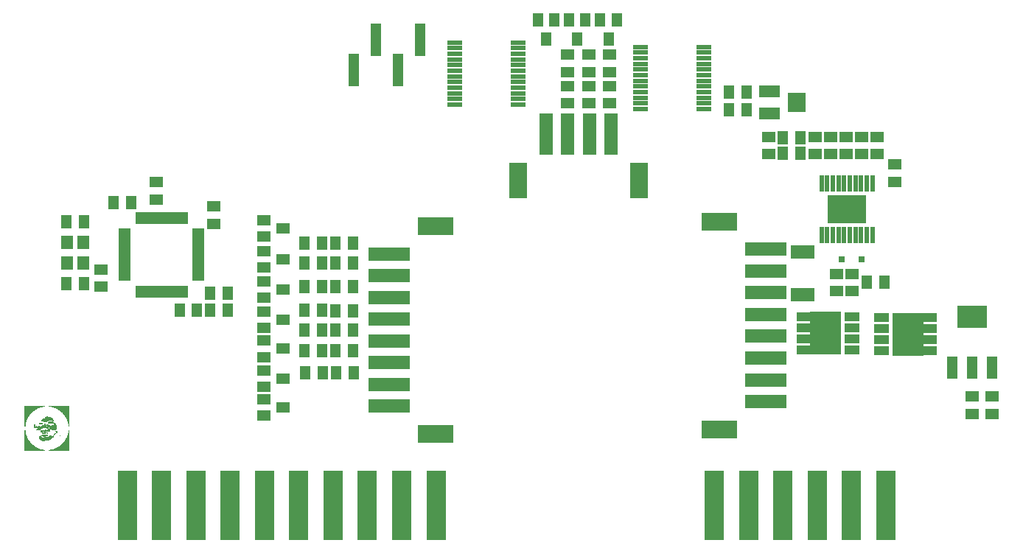
<source format=gts>
G04*
G04 #@! TF.GenerationSoftware,Altium Limited,Altium Designer,18.1.7 (191)*
G04*
G04 Layer_Color=8388736*
%FSLAX44Y44*%
%MOMM*%
G71*
G01*
G75*
%ADD11C,0.0254*%
%ADD38R,1.5032X4.7032*%
%ADD39R,2.0032X4.1032*%
%ADD40R,1.2232X3.7032*%
%ADD41R,1.2032X2.6032*%
%ADD42R,3.5032X2.6032*%
%ADD43R,1.6032X1.3032*%
%ADD44R,1.2032X1.6032*%
%ADD45R,0.6232X1.9832*%
%ADD46R,4.4032X3.2032*%
%ADD47R,1.7032X0.6032*%
%ADD48R,1.4032X0.5032*%
%ADD49R,0.5032X1.4032*%
%ADD50R,1.3032X1.6032*%
%ADD51R,1.4032X1.6032*%
%ADD52R,4.7032X1.5032*%
%ADD53R,4.1032X2.0032*%
%ADD54R,1.6032X1.2032*%
%ADD55R,3.5532X4.9032*%
%ADD56R,1.6532X1.0532*%
%ADD57R,0.7032X0.8032*%
%ADD58R,2.7032X1.6032*%
%ADD59R,2.0066X2.2098*%
%ADD60R,2.3622X1.4732*%
%ADD61R,2.2032X8.0772*%
D11*
X349250Y379984D02*
X349504D01*
X349250Y379730D02*
X349504D01*
X349250Y379476D02*
X349504D01*
X349250Y379222D02*
X349504D01*
X349250Y378968D02*
X349504D01*
X349250Y378714D02*
X349504D01*
X349250Y378460D02*
X349504D01*
X349250Y378206D02*
X349758D01*
X349250Y377952D02*
X349758D01*
X349250Y377698D02*
X349758D01*
X349250Y377444D02*
X349758D01*
X349250Y377190D02*
X349758D01*
X349250Y376936D02*
X350012D01*
X349250Y376682D02*
X350012D01*
X349250Y376428D02*
X350012D01*
X349250Y376174D02*
X350012D01*
X349250Y375920D02*
X350266D01*
X349250Y375666D02*
X350266D01*
X349250Y375412D02*
X350266D01*
X349250Y375158D02*
X350266D01*
X349250Y374904D02*
X350520D01*
X349250Y374650D02*
X350520D01*
X349250Y374396D02*
X350520D01*
X349250Y374142D02*
X350774D01*
X349250Y373888D02*
X350774D01*
X349250Y373634D02*
X351028D01*
X349250Y373380D02*
X351028D01*
X349250Y373126D02*
X351028D01*
X349250Y372872D02*
X351282D01*
X349250Y372618D02*
X351282D01*
X349250Y372364D02*
X351536D01*
X349250Y372110D02*
X351536D01*
X349250Y371856D02*
X351536D01*
X349250Y371602D02*
X351790D01*
X349250Y371348D02*
X351790D01*
X349250Y371094D02*
X352044D01*
X349250Y370840D02*
X352044D01*
X349250Y370586D02*
X352298D01*
X349250Y370332D02*
X352552D01*
X349250Y370078D02*
X352552D01*
X349250Y369824D02*
X352806D01*
X349250Y369570D02*
X352806D01*
X349250Y369316D02*
X353060D01*
X349250Y369062D02*
X353314D01*
X349250Y368808D02*
X353314D01*
X349250Y368554D02*
X353568D01*
X349250Y368300D02*
X353568D01*
X349250Y368046D02*
X353822D01*
X349250Y367792D02*
X354076D01*
X349250Y397510D02*
X354076D01*
X349250Y397256D02*
X353822D01*
X349250Y397002D02*
X353568D01*
X349250Y396748D02*
X353568D01*
X349250Y396494D02*
X353314D01*
X349250Y396240D02*
X353314D01*
X349250Y395986D02*
X353060D01*
X349250Y395732D02*
X352806D01*
X349250Y395478D02*
X352806D01*
X349250Y395224D02*
X352552D01*
X349250Y394970D02*
X352552D01*
X349250Y394716D02*
X352298D01*
X349250Y394462D02*
X352044D01*
X349250Y394208D02*
X352044D01*
X349250Y393954D02*
X351790D01*
X349250Y393700D02*
X351790D01*
X349250Y393446D02*
X351536D01*
X349250Y393192D02*
X351536D01*
X349250Y392938D02*
X351536D01*
X349250Y392684D02*
X351282D01*
X349250Y392430D02*
X351282D01*
X349250Y392176D02*
X351028D01*
X349250Y391922D02*
X351028D01*
X349250Y391668D02*
X351028D01*
X349250Y391414D02*
X350774D01*
X349250Y391160D02*
X350774D01*
X349250Y390906D02*
X350520D01*
X349250Y390652D02*
X350520D01*
X349250Y390398D02*
X350520D01*
X349250Y390144D02*
X350266D01*
X349250Y389890D02*
X350266D01*
X349250Y389636D02*
X350266D01*
X349250Y389382D02*
X350266D01*
X349250Y389128D02*
X350012D01*
X349250Y388874D02*
X350012D01*
X349250Y388620D02*
X350012D01*
X349250Y388366D02*
X350012D01*
X349250Y388112D02*
X349758D01*
X349250Y387858D02*
X349758D01*
X349250Y387604D02*
X349758D01*
X349250Y387350D02*
X349758D01*
X349250Y387096D02*
X349758D01*
X349250Y386842D02*
X349504D01*
X349250Y386588D02*
X349504D01*
X349250Y386334D02*
X349504D01*
X349250Y386080D02*
X349504D01*
X349250Y385826D02*
X349504D01*
X349250Y385572D02*
X349504D01*
X349250Y385318D02*
X349504D01*
X363474Y382016D02*
X367792D01*
X363220Y381762D02*
X367538D01*
X363220Y381508D02*
X367030D01*
X362966Y381254D02*
X366522D01*
X363220Y381000D02*
X366014D01*
X363220Y380746D02*
X365506D01*
X363474Y380492D02*
X364998D01*
X373126D02*
X373888D01*
X367792Y380238D02*
X368554D01*
X367538Y379984D02*
X368808D01*
X367538Y379730D02*
X369062D01*
X367538Y379222D02*
X370332D01*
X371094D02*
X373380D01*
X367538Y378968D02*
X369570D01*
X367538Y378714D02*
X369062D01*
X367538Y378460D02*
X368300D01*
X371856Y377952D02*
X372872D01*
X370586Y377698D02*
X374142D01*
X369316Y376936D02*
X372872D01*
X369316Y376682D02*
X369824D01*
X371602Y375158D02*
X372618D01*
X368046Y374142D02*
X374396D01*
X368554Y373888D02*
X373888D01*
X366268Y373634D02*
X366776D01*
X369824D02*
X372618D01*
X366268Y373380D02*
X367030D01*
X371094D02*
X371602D01*
X366268Y373126D02*
X367538D01*
X366268Y372872D02*
X367792D01*
X366268Y372618D02*
X368046D01*
X366268Y372364D02*
X368300D01*
X366014Y372110D02*
X368554D01*
X368300Y368808D02*
X373634D01*
X369316Y368554D02*
X372110D01*
X372872Y395224D02*
X373126D01*
X372618Y394970D02*
X373380D01*
X372618Y394716D02*
X373380D01*
X372364Y394462D02*
X373380D01*
X372364Y394208D02*
X373380D01*
X370840Y393700D02*
X371602D01*
X370586Y393446D02*
X371856D01*
X369824Y393192D02*
X371856D01*
X369570Y392938D02*
X372110D01*
X369316Y392684D02*
X372110D01*
X371348Y390144D02*
X374142D01*
X371856Y389890D02*
X373634D01*
X367030Y388874D02*
X369062D01*
X366522Y388620D02*
X369316D01*
X366268Y388366D02*
X369570D01*
X366268Y388112D02*
X369570D01*
X366014Y387858D02*
X369062D01*
X366014Y387604D02*
X367792D01*
X372364D02*
X372872D01*
X366014Y387350D02*
X366522D01*
X372110D02*
X373126D01*
X372110Y387096D02*
X373126D01*
X360172Y386842D02*
X360680D01*
X372110D02*
X373126D01*
X360172Y386588D02*
X360934D01*
X371602D02*
X373126D01*
X359918Y386334D02*
X360934D01*
X371602D02*
X373380D01*
X359918Y386080D02*
X361188D01*
X369824D02*
X370332D01*
X371348D02*
X373380D01*
X359918Y385826D02*
X361188D01*
X369570D02*
X370332D01*
X371094D02*
X373380D01*
X359918Y385572D02*
X361188D01*
X369570D02*
X370332D01*
X371094D02*
X373634D01*
X359918Y385318D02*
X361188D01*
X362204D02*
X362712D01*
X369316D02*
X370332D01*
X370840D02*
X373634D01*
X360172Y385064D02*
X361188D01*
X362204D02*
X362712D01*
X364998D02*
X365760D01*
X369062D02*
X370078D01*
X370840D02*
X373888D01*
X360172Y384810D02*
X361188D01*
X362204D02*
X362966D01*
X364744D02*
X366014D01*
X368554D02*
X370078D01*
X370586D02*
X373888D01*
X360172Y384556D02*
X361188D01*
X362204D02*
X362966D01*
X364744D02*
X374142D01*
X360172Y384302D02*
X361442D01*
X362204D02*
X363220D01*
X364490D02*
X374396D01*
X360172Y384048D02*
X361442D01*
X362204D02*
X363220D01*
X360172Y383794D02*
X361442D01*
X362458D02*
X363220D01*
X360426Y383540D02*
X361442D01*
X362458D02*
X363220D01*
X364490D02*
X368300D01*
X360426Y383286D02*
X361188D01*
X362712D02*
X363220D01*
X364744D02*
X366014D01*
X368808D02*
X370332D01*
X370586D02*
X372364D01*
X360934Y383032D02*
X361188D01*
X368554D02*
X369824D01*
X367284Y382778D02*
X369316D01*
X365252Y382524D02*
X369062D01*
X378714Y382016D02*
X385572D01*
X379222Y381762D02*
X385318D01*
X376428Y381508D02*
X377444D01*
X379730D02*
X385064D01*
X376174Y381254D02*
X377698D01*
X380238D02*
X384556D01*
X375920Y381000D02*
X377952D01*
X380492D02*
X384048D01*
X375666Y380746D02*
X377952D01*
X381000D02*
X382778D01*
X375412Y380492D02*
X377952D01*
X375158Y380238D02*
X377952D01*
X384810Y379476D02*
X386080D01*
X384556Y379222D02*
X386080D01*
X375412Y378968D02*
X377190D01*
X384810D02*
X386334D01*
X385318Y378714D02*
X386334D01*
X385572Y378460D02*
X386334D01*
X385572Y378206D02*
X386588D01*
X385826Y377952D02*
X386334D01*
X385826Y377698D02*
X386334D01*
X374904Y376936D02*
X375412D01*
X384556D02*
X384810D01*
X383794Y376682D02*
X384810D01*
X383540Y376428D02*
X384302D01*
X383286Y376174D02*
X383794D01*
X382778Y375158D02*
X383032D01*
X382524Y374904D02*
X383286D01*
X382524Y374650D02*
X383286D01*
X378460Y374396D02*
X379476D01*
X389382D02*
X389636D01*
X378206Y374142D02*
X379476D01*
X389382D02*
X389890D01*
X377698Y373888D02*
X379476D01*
X382016D02*
X382270D01*
X377444Y373634D02*
X379476D01*
X380238D02*
X380492D01*
X381762D02*
X382270D01*
X377444Y373380D02*
X379476D01*
X379730D02*
X380492D01*
X381508D02*
X382270D01*
X377190Y373126D02*
X380492D01*
X381508D02*
X382270D01*
X376682Y372872D02*
X380492D01*
X381254D02*
X382270D01*
X375666Y372618D02*
X380492D01*
X381254D02*
X382270D01*
X379984Y391922D02*
X381762D01*
X381000Y391668D02*
X382016D01*
X381254Y391414D02*
X382016D01*
X377190Y390144D02*
X380492D01*
X376682Y389890D02*
X381254D01*
X376174Y389636D02*
X381762D01*
X376174Y389382D02*
X382016D01*
X375920Y389128D02*
X382016D01*
X376174Y388874D02*
X382016D01*
X376428Y388620D02*
X382016D01*
X380746Y388366D02*
X382016D01*
X383286D02*
X383794D01*
X381508Y388112D02*
X381762D01*
X383286D02*
X384048D01*
X383032Y387858D02*
X384556D01*
X383286Y387604D02*
X384556D01*
X383286Y387350D02*
X384556D01*
X383286Y387096D02*
X384556D01*
X383286Y386842D02*
X384810D01*
X383032Y386588D02*
X384810D01*
X383032Y386334D02*
X385064D01*
X382778Y386080D02*
X384810D01*
X382524Y385826D02*
X384810D01*
X380492Y385572D02*
X381000D01*
X382270D02*
X384810D01*
X374904Y385318D02*
X379222D01*
X379730D02*
X381000D01*
X382016D02*
X384810D01*
X374904Y385064D02*
X381000D01*
X381762D02*
X385064D01*
X375158Y384810D02*
X380746D01*
X381508D02*
X385064D01*
X375412Y384556D02*
X380238D01*
X381254D02*
X385064D01*
X375920Y384302D02*
X379222D01*
X380746D02*
X385318D01*
X380238Y384048D02*
X385318D01*
X379476Y383794D02*
X385572D01*
X378206Y383540D02*
X385572D01*
X377698Y383286D02*
X385572D01*
X377698Y383032D02*
X385572D01*
X377698Y382778D02*
X385826D01*
X377952Y382524D02*
X385572D01*
X399796Y379984D02*
X400050D01*
X399796Y379730D02*
X400050D01*
X399796Y379476D02*
X400050D01*
X399796Y379222D02*
X400050D01*
X399796Y378968D02*
X400050D01*
X399796Y378714D02*
X400050D01*
X399796Y378460D02*
X400050D01*
X399542Y378206D02*
X400050D01*
X399542Y377952D02*
X400050D01*
X399542Y377698D02*
X400050D01*
X399542Y377444D02*
X400050D01*
X399542Y377190D02*
X400050D01*
X399288Y376936D02*
X400050D01*
X399288Y376682D02*
X400050D01*
X399288Y376428D02*
X400050D01*
X399288Y376174D02*
X400050D01*
X399034Y375920D02*
X400050D01*
X399034Y375666D02*
X400050D01*
X399034Y375412D02*
X400050D01*
X399034Y375158D02*
X400050D01*
X398780Y374904D02*
X400050D01*
X398780Y374650D02*
X400050D01*
X398780Y374396D02*
X400050D01*
X398526Y374142D02*
X400050D01*
X398526Y373888D02*
X400050D01*
X398272Y373634D02*
X400050D01*
X398272Y373380D02*
X400050D01*
X398272Y373126D02*
X400050D01*
X398018Y372872D02*
X400050D01*
X398018Y372618D02*
X400050D01*
X397764Y372364D02*
X400050D01*
X397764Y372110D02*
X400050D01*
X397764Y371856D02*
X400050D01*
X397510Y371602D02*
X400050D01*
X397510Y371348D02*
X400050D01*
X397256Y371094D02*
X400050D01*
X397256Y370840D02*
X400050D01*
X397002Y370586D02*
X400050D01*
X396748Y370332D02*
X400050D01*
X396748Y370078D02*
X400050D01*
X396494Y369824D02*
X400050D01*
X396494Y369570D02*
X400050D01*
X396240Y369316D02*
X400050D01*
X395986Y369062D02*
X400050D01*
X395986Y368808D02*
X400050D01*
X395732Y368554D02*
X400050D01*
X395732Y368300D02*
X400050D01*
X395478Y368046D02*
X400050D01*
X395224Y367792D02*
X400050D01*
X395224Y397510D02*
X400050D01*
X395478Y397256D02*
X400050D01*
X395732Y397002D02*
X400050D01*
X395732Y396748D02*
X400050D01*
X395986Y396494D02*
X400050D01*
X395986Y396240D02*
X400050D01*
X396240Y395986D02*
X400050D01*
X396494Y395732D02*
X400050D01*
X396494Y395478D02*
X400050D01*
X396748Y395224D02*
X400050D01*
X396748Y394970D02*
X400050D01*
X397002Y394716D02*
X400050D01*
X397256Y394462D02*
X400050D01*
X397256Y394208D02*
X400050D01*
X397510Y393954D02*
X400050D01*
X397510Y393700D02*
X400050D01*
X397764Y393446D02*
X400050D01*
X397764Y393192D02*
X400050D01*
X397764Y392938D02*
X400050D01*
X398018Y392684D02*
X400050D01*
X398018Y392430D02*
X400050D01*
X398272Y392176D02*
X400050D01*
X398272Y391922D02*
X400050D01*
X398272Y391668D02*
X400050D01*
X398526Y391414D02*
X400050D01*
X398526Y391160D02*
X400050D01*
X398780Y390906D02*
X400050D01*
X398780Y390652D02*
X400050D01*
X398780Y390398D02*
X400050D01*
X399034Y390144D02*
X400050D01*
X399034Y389890D02*
X400050D01*
X399034Y389636D02*
X400050D01*
X399034Y389382D02*
X400050D01*
X399288Y389128D02*
X400050D01*
X399288Y388874D02*
X400050D01*
X399288Y388620D02*
X400050D01*
X399288Y388366D02*
X400050D01*
X399542Y388112D02*
X400050D01*
X399542Y387858D02*
X400050D01*
X399542Y387604D02*
X400050D01*
X399542Y387350D02*
X400050D01*
X399542Y387096D02*
X400050D01*
X399796Y386842D02*
X400050D01*
X399796Y386588D02*
X400050D01*
X399796Y386334D02*
X400050D01*
X399796Y386080D02*
X400050D01*
X399796Y385826D02*
X400050D01*
X399796Y385572D02*
X400050D01*
X399796Y385318D02*
X400050D01*
X364236Y382270D02*
X368554D01*
X378460D02*
X385572D01*
X349250Y361696D02*
X360172D01*
X389128D02*
X400050D01*
X349250Y361442D02*
X360680D01*
X388620D02*
X400050D01*
X349250Y361188D02*
X361188D01*
X388112D02*
X400050D01*
X349250Y360934D02*
X361442D01*
X387858D02*
X400050D01*
X349250Y360680D02*
X361950D01*
X387350D02*
X400050D01*
X349250Y360426D02*
X362458D01*
X386842D02*
X400050D01*
X349250Y360172D02*
X362712D01*
X386588D02*
X400050D01*
X349250Y359918D02*
X363220D01*
X386080D02*
X400050D01*
X349250Y359664D02*
X363728D01*
X385572D02*
X400050D01*
X349250Y359410D02*
X364490D01*
X384810D02*
X400050D01*
X349250Y359156D02*
X364998D01*
X384302D02*
X400050D01*
X349250Y358902D02*
X365506D01*
X383794D02*
X400050D01*
X349250Y358648D02*
X366268D01*
X383032D02*
X400050D01*
X349250Y358394D02*
X367030D01*
X382270D02*
X400050D01*
X349250Y358140D02*
X368046D01*
X381254D02*
X400050D01*
X349250Y357886D02*
X369062D01*
X380238D02*
X400050D01*
X349250Y357632D02*
X370332D01*
X378968D02*
X400050D01*
X349250Y357378D02*
X372110D01*
X377190D02*
X400050D01*
X372872Y380238D02*
X374650D01*
X372364Y379984D02*
X377952D01*
X370332Y379730D02*
X377698D01*
X367538Y379476D02*
X377444D01*
X374142Y379222D02*
X377190D01*
X370078Y377444D02*
X375412D01*
X369570Y377190D02*
X375412D01*
X369824Y374904D02*
X374650D01*
X369316Y374650D02*
X374904D01*
X368554Y374396D02*
X374904D01*
X374142Y372618D02*
X374650D01*
X373380Y372364D02*
X380238D01*
X371602Y372110D02*
X380238D01*
X366014Y371856D02*
X380238D01*
X366268Y371602D02*
X379984D01*
X366268Y371348D02*
X379984D01*
X366268Y371094D02*
X379730D01*
X366268Y370840D02*
X379730D01*
X366522Y370586D02*
X379476D01*
X366522Y370332D02*
X379222D01*
X366776Y370078D02*
X378714D01*
X367030Y369824D02*
X378206D01*
X367284Y369570D02*
X377190D01*
X367538Y369316D02*
X376682D01*
X367792Y369062D02*
X375920D01*
X349250Y367538D02*
X354330D01*
X394970D02*
X400050D01*
X349250Y367284D02*
X354330D01*
X394970D02*
X400050D01*
X349250Y367030D02*
X354584D01*
X394716D02*
X400050D01*
X349250Y366776D02*
X354838D01*
X394462D02*
X400050D01*
X349250Y366522D02*
X355092D01*
X394208D02*
X400050D01*
X349250Y366268D02*
X355346D01*
X393954D02*
X400050D01*
X349250Y366014D02*
X355346D01*
X393954D02*
X400050D01*
X349250Y365760D02*
X355600D01*
X393700D02*
X400050D01*
X349250Y365506D02*
X355854D01*
X393446D02*
X400050D01*
X349250Y365252D02*
X356108D01*
X393192D02*
X400050D01*
X349250Y364998D02*
X356362D01*
X392938D02*
X400050D01*
X349250Y364744D02*
X356616D01*
X392684D02*
X400050D01*
X349250Y364490D02*
X356870D01*
X392430D02*
X400050D01*
X349250Y364236D02*
X357124D01*
X392176D02*
X400050D01*
X349250Y363982D02*
X357378D01*
X391922D02*
X400050D01*
X349250Y363728D02*
X357632D01*
X391668D02*
X400050D01*
X349250Y363474D02*
X357886D01*
X391414D02*
X400050D01*
X349250Y363220D02*
X358394D01*
X390906D02*
X400050D01*
X349250Y362966D02*
X358648D01*
X390652D02*
X400050D01*
X349250Y362712D02*
X358902D01*
X390398D02*
X400050D01*
X349250Y362458D02*
X359156D01*
X390144D02*
X400050D01*
X349250Y362204D02*
X359664D01*
X389636D02*
X400050D01*
X349250Y402336D02*
X358648D01*
X390652D02*
X400050D01*
X349250Y402082D02*
X358394D01*
X390906D02*
X400050D01*
X349250Y401828D02*
X357886D01*
X391414D02*
X400050D01*
X349250Y401574D02*
X357632D01*
X391668D02*
X400050D01*
X349250Y401320D02*
X357378D01*
X391922D02*
X400050D01*
X349250Y401066D02*
X357124D01*
X392176D02*
X400050D01*
X349250Y400812D02*
X356870D01*
X392430D02*
X400050D01*
X349250Y400558D02*
X356616D01*
X392684D02*
X400050D01*
X349250Y400304D02*
X356362D01*
X392938D02*
X400050D01*
X349250Y400050D02*
X356108D01*
X393192D02*
X400050D01*
X349250Y399796D02*
X355854D01*
X393446D02*
X400050D01*
X349250Y399542D02*
X355600D01*
X393700D02*
X400050D01*
X349250Y399288D02*
X355346D01*
X393954D02*
X400050D01*
X349250Y399034D02*
X355346D01*
X393954D02*
X400050D01*
X349250Y398780D02*
X355092D01*
X394208D02*
X400050D01*
X349250Y398526D02*
X354838D01*
X394462D02*
X400050D01*
X349250Y398272D02*
X354584D01*
X394716D02*
X400050D01*
X349250Y398018D02*
X354330D01*
X394970D02*
X400050D01*
X349250Y397764D02*
X354330D01*
X394970D02*
X400050D01*
X374396Y395732D02*
X375666D01*
X374142Y395478D02*
X375666D01*
X374142Y395224D02*
X376936D01*
X373888Y394970D02*
X378714D01*
X373888Y394716D02*
X378968D01*
X373634Y394462D02*
X379730D01*
X373634Y394208D02*
X380238D01*
X372364Y393954D02*
X380746D01*
X372364Y393700D02*
X380746D01*
X372364Y393446D02*
X381000D01*
X372364Y393192D02*
X381000D01*
X372364Y392938D02*
X381254D01*
X372618Y392684D02*
X381254D01*
X369062Y392430D02*
X381508D01*
X368808Y392176D02*
X381508D01*
X368554Y391922D02*
X377444D01*
X368300Y391668D02*
X376682D01*
X368300Y391414D02*
X376174D01*
X369062Y391160D02*
X375666D01*
X369570Y390906D02*
X375158D01*
X370078Y390652D02*
X374904D01*
X370840Y390398D02*
X374650D01*
X374396Y386588D02*
X376174D01*
X374396Y386334D02*
X376428D01*
X374396Y386080D02*
X376428D01*
X374650Y385826D02*
X376682D01*
X374650Y385572D02*
X377698D01*
X364490Y384048D02*
X374650D01*
X364236Y383794D02*
X375158D01*
X368808Y383540D02*
X375412D01*
X373126Y383286D02*
X375666D01*
X374142Y383032D02*
X375920D01*
X374650Y382778D02*
X375920D01*
X349250Y407924D02*
X372110D01*
X377190D02*
X400050D01*
X349250Y407670D02*
X370332D01*
X378968D02*
X400050D01*
X349250Y407416D02*
X369062D01*
X380238D02*
X400050D01*
X349250Y407162D02*
X368046D01*
X381254D02*
X400050D01*
X349250Y406908D02*
X367030D01*
X382270D02*
X400050D01*
X349250Y406654D02*
X366268D01*
X383032D02*
X400050D01*
X349250Y406400D02*
X365506D01*
X383794D02*
X400050D01*
X349250Y406146D02*
X364998D01*
X384302D02*
X400050D01*
X349250Y405892D02*
X364490D01*
X384810D02*
X400050D01*
X349250Y405638D02*
X363728D01*
X385572D02*
X400050D01*
X349250Y405384D02*
X363220D01*
X386080D02*
X400050D01*
X349250Y405130D02*
X362712D01*
X386588D02*
X400050D01*
X349250Y404876D02*
X362458D01*
X386842D02*
X400050D01*
X349250Y404622D02*
X361950D01*
X387350D02*
X400050D01*
X349250Y404368D02*
X361442D01*
X387858D02*
X400050D01*
X349250Y404114D02*
X361188D01*
X388112D02*
X400050D01*
X349250Y403860D02*
X360680D01*
X388620D02*
X400050D01*
X349250Y403606D02*
X360172D01*
X389128D02*
X400050D01*
X349250Y403352D02*
X359918D01*
X389382D02*
X400050D01*
X349250Y403098D02*
X359664D01*
X389636D02*
X400050D01*
X349250Y402844D02*
X359156D01*
X390144D02*
X400050D01*
X349250Y402590D02*
X358902D01*
X390398D02*
X400050D01*
X349250Y361950D02*
X359918D01*
X389382D02*
X400050D01*
D38*
X1023220Y720440D02*
D03*
X998220D02*
D03*
X973220D02*
D03*
X948220D02*
D03*
D39*
X1055220Y667440D02*
D03*
X916220D02*
D03*
D40*
X727710Y794030D02*
D03*
X753110Y829030D02*
D03*
X778510Y794030D02*
D03*
X803910Y829030D02*
D03*
D41*
X1414640Y452330D02*
D03*
X1437640D02*
D03*
X1460640D02*
D03*
D42*
X1437640Y510330D02*
D03*
D43*
Y398940D02*
D03*
Y418940D02*
D03*
X1460640Y398940D02*
D03*
Y418940D02*
D03*
X1348740Y685640D02*
D03*
Y665640D02*
D03*
X436880Y564990D02*
D03*
Y544990D02*
D03*
X1292860Y697390D02*
D03*
Y717390D02*
D03*
X1310640D02*
D03*
Y697390D02*
D03*
X1328420Y717390D02*
D03*
Y697390D02*
D03*
X1257300D02*
D03*
Y717390D02*
D03*
X1275080Y697390D02*
D03*
Y717390D02*
D03*
X1299920Y559910D02*
D03*
Y539910D02*
D03*
X1282140Y559910D02*
D03*
Y539910D02*
D03*
X1203960Y697390D02*
D03*
Y717390D02*
D03*
X500380Y645320D02*
D03*
Y665320D02*
D03*
X566940Y617372D02*
D03*
Y637372D02*
D03*
X972820Y811559D02*
D03*
Y791559D02*
D03*
Y755804D02*
D03*
Y775804D02*
D03*
X997372Y811559D02*
D03*
Y791559D02*
D03*
Y755804D02*
D03*
Y775804D02*
D03*
X1021322Y811559D02*
D03*
Y791559D02*
D03*
X1021322Y755804D02*
D03*
Y775804D02*
D03*
D44*
X1020052Y829740D02*
D03*
X1010552Y851740D02*
D03*
X1029552D02*
D03*
X984250Y829740D02*
D03*
X974750Y851740D02*
D03*
X993750D02*
D03*
X948690Y829740D02*
D03*
X939190Y851740D02*
D03*
X958190D02*
D03*
D45*
X1323381Y604030D02*
D03*
X1316881D02*
D03*
X1310381D02*
D03*
X1303881D02*
D03*
X1297381D02*
D03*
X1290881D02*
D03*
X1284380D02*
D03*
X1277880D02*
D03*
X1271380D02*
D03*
X1264880Y663430D02*
D03*
Y604030D02*
D03*
X1271380Y663430D02*
D03*
X1277880D02*
D03*
X1284380D02*
D03*
X1290880D02*
D03*
X1297380D02*
D03*
X1303880D02*
D03*
X1310380D02*
D03*
X1316880D02*
D03*
X1323380D02*
D03*
D46*
X1294130Y633730D02*
D03*
D47*
X916360Y754190D02*
D03*
Y760690D02*
D03*
Y825690D02*
D03*
Y819190D02*
D03*
Y812690D02*
D03*
Y806190D02*
D03*
Y799690D02*
D03*
Y793190D02*
D03*
Y786690D02*
D03*
Y780190D02*
D03*
Y773690D02*
D03*
Y767190D02*
D03*
X843860Y754190D02*
D03*
Y760690D02*
D03*
Y767190D02*
D03*
Y773690D02*
D03*
Y780190D02*
D03*
Y786690D02*
D03*
Y793190D02*
D03*
Y799690D02*
D03*
Y806190D02*
D03*
Y812690D02*
D03*
Y819190D02*
D03*
Y825690D02*
D03*
X1129720Y749207D02*
D03*
Y755707D02*
D03*
Y820707D02*
D03*
Y814207D02*
D03*
Y807707D02*
D03*
Y801207D02*
D03*
Y794707D02*
D03*
Y788207D02*
D03*
Y781707D02*
D03*
Y775207D02*
D03*
Y768707D02*
D03*
Y762207D02*
D03*
X1057220Y749207D02*
D03*
Y755707D02*
D03*
Y762207D02*
D03*
Y768707D02*
D03*
Y775207D02*
D03*
Y781707D02*
D03*
Y788207D02*
D03*
Y794707D02*
D03*
Y801207D02*
D03*
Y807707D02*
D03*
Y814207D02*
D03*
Y820707D02*
D03*
D48*
X464230Y609160D02*
D03*
Y604160D02*
D03*
Y599160D02*
D03*
Y594160D02*
D03*
Y589160D02*
D03*
Y584160D02*
D03*
Y579160D02*
D03*
Y574160D02*
D03*
Y569160D02*
D03*
Y564160D02*
D03*
Y559160D02*
D03*
Y554160D02*
D03*
X549230D02*
D03*
Y559160D02*
D03*
Y564160D02*
D03*
Y569160D02*
D03*
Y574160D02*
D03*
Y579160D02*
D03*
Y584160D02*
D03*
Y589160D02*
D03*
Y594160D02*
D03*
Y599160D02*
D03*
Y604160D02*
D03*
Y609160D02*
D03*
D49*
X479230Y539160D02*
D03*
X484230D02*
D03*
X489230D02*
D03*
X494230D02*
D03*
X499230D02*
D03*
X504230D02*
D03*
X509230D02*
D03*
X514230D02*
D03*
X519230D02*
D03*
X524230D02*
D03*
X529230D02*
D03*
X534230D02*
D03*
Y624160D02*
D03*
X529230D02*
D03*
X524230D02*
D03*
X519230D02*
D03*
X514230D02*
D03*
X509230D02*
D03*
X504230D02*
D03*
X499230D02*
D03*
X494230D02*
D03*
X489230D02*
D03*
X484230D02*
D03*
X479230D02*
D03*
D50*
X397670Y548640D02*
D03*
X417670D02*
D03*
X397670Y619760D02*
D03*
X417670D02*
D03*
X1317150Y549910D02*
D03*
X1337150D02*
D03*
X1158400Y768350D02*
D03*
X1178400D02*
D03*
Y748030D02*
D03*
X1158400D02*
D03*
X1220630Y716440D02*
D03*
X1240630D02*
D03*
X1220630Y698660D02*
D03*
X1240630D02*
D03*
X451442Y641350D02*
D03*
X471442D02*
D03*
X562770Y518420D02*
D03*
X582770D02*
D03*
X562570Y537920D02*
D03*
X582570D02*
D03*
X671990Y445770D02*
D03*
X691990D02*
D03*
X670720Y571879D02*
D03*
X690720D02*
D03*
X727550Y445770D02*
D03*
X707550D02*
D03*
X527388Y518420D02*
D03*
X547388D02*
D03*
X670720Y471290D02*
D03*
X690720D02*
D03*
X726280Y571879D02*
D03*
X706280D02*
D03*
X670720Y595499D02*
D03*
X690720D02*
D03*
X726280Y471290D02*
D03*
X706280D02*
D03*
X670720Y495300D02*
D03*
X690720D02*
D03*
X726280Y595499D02*
D03*
X706280D02*
D03*
X726280Y495300D02*
D03*
X706280D02*
D03*
X670720Y518119D02*
D03*
X690720D02*
D03*
X726280Y517620D02*
D03*
X706280D02*
D03*
X670720Y545069D02*
D03*
X690720D02*
D03*
X726280D02*
D03*
X706280D02*
D03*
D51*
X398170Y596200D02*
D03*
Y572200D02*
D03*
X417170D02*
D03*
Y596200D02*
D03*
D52*
X768202Y482800D02*
D03*
Y457800D02*
D03*
Y432800D02*
D03*
Y407800D02*
D03*
Y507800D02*
D03*
Y532800D02*
D03*
Y557800D02*
D03*
Y582800D02*
D03*
X1200790Y513000D02*
D03*
Y538000D02*
D03*
Y563000D02*
D03*
Y588000D02*
D03*
Y488000D02*
D03*
Y463000D02*
D03*
Y438000D02*
D03*
Y413000D02*
D03*
D53*
X821202Y614800D02*
D03*
Y375800D02*
D03*
X1147790Y381000D02*
D03*
Y620000D02*
D03*
D54*
X646010Y541968D02*
D03*
X624010Y532468D02*
D03*
Y551468D02*
D03*
X646498Y507213D02*
D03*
X624498Y497713D02*
D03*
Y516713D02*
D03*
X646200Y473710D02*
D03*
X624200Y464210D02*
D03*
Y483210D02*
D03*
X646200Y439420D02*
D03*
X624200Y429920D02*
D03*
Y448920D02*
D03*
X646200Y406280D02*
D03*
X624200Y396780D02*
D03*
Y415780D02*
D03*
X646200Y612260D02*
D03*
X624200Y602760D02*
D03*
Y621760D02*
D03*
X646200Y576580D02*
D03*
X624200Y567080D02*
D03*
Y586080D02*
D03*
D55*
X1364500Y490220D02*
D03*
X1269040Y491490D02*
D03*
D56*
X1388500Y509270D02*
D03*
Y496570D02*
D03*
Y483870D02*
D03*
Y471170D02*
D03*
X1333500D02*
D03*
Y483870D02*
D03*
Y496570D02*
D03*
Y509270D02*
D03*
X1245040Y472440D02*
D03*
Y485140D02*
D03*
Y497840D02*
D03*
Y510540D02*
D03*
X1300040D02*
D03*
Y497840D02*
D03*
Y485140D02*
D03*
Y472440D02*
D03*
D57*
X1310640Y576700D02*
D03*
X1287640D02*
D03*
D58*
X1243330Y584570D02*
D03*
Y535570D02*
D03*
D59*
X1236128Y756920D02*
D03*
D60*
X1204632Y744220D02*
D03*
Y769620D02*
D03*
D61*
X467360Y293370D02*
D03*
X506760D02*
D03*
X546160D02*
D03*
X585560D02*
D03*
X624960D02*
D03*
X664360D02*
D03*
X703760D02*
D03*
X743160D02*
D03*
X782560D02*
D03*
X821960D02*
D03*
X1141580D02*
D03*
X1180980D02*
D03*
X1220380D02*
D03*
X1259780D02*
D03*
X1299180D02*
D03*
X1338580D02*
D03*
M02*

</source>
